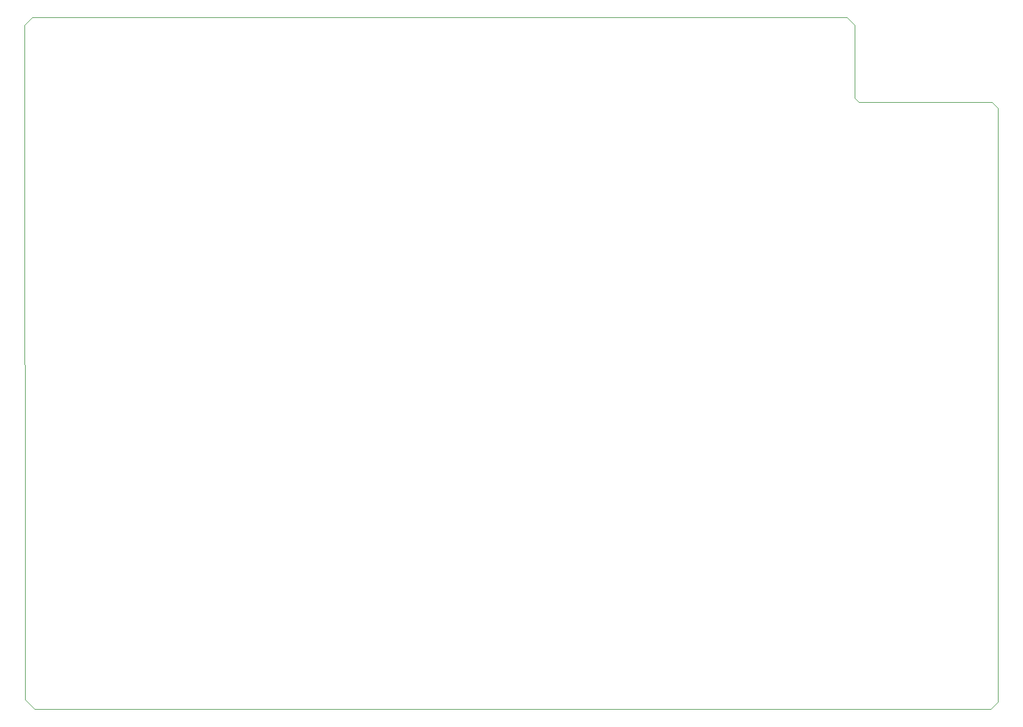
<source format=gbr>
%TF.GenerationSoftware,KiCad,Pcbnew,(6.0.8)*%
%TF.CreationDate,2023-02-14T18:00:54+07:00*%
%TF.ProjectId,dongle_256o,646f6e67-6c65-45f3-9235-366f2e6b6963,rev?*%
%TF.SameCoordinates,Original*%
%TF.FileFunction,Profile,NP*%
%FSLAX46Y46*%
G04 Gerber Fmt 4.6, Leading zero omitted, Abs format (unit mm)*
G04 Created by KiCad (PCBNEW (6.0.8)) date 2023-02-14 18:00:54*
%MOMM*%
%LPD*%
G01*
G04 APERTURE LIST*
%TA.AperFunction,Profile*%
%ADD10C,0.100000*%
%TD*%
G04 APERTURE END LIST*
D10*
X165100000Y-52950000D02*
X165950000Y-53800000D01*
X144510000Y-40920000D02*
X145620000Y-42030000D01*
X27910000Y-42010000D02*
X27960000Y-137630000D01*
X145620000Y-42030000D02*
X145620000Y-52320000D01*
X166000000Y-137900000D02*
X164910000Y-138990000D01*
X29320000Y-138990000D02*
X164910000Y-138990000D01*
X27960000Y-137630000D02*
X29320000Y-138990000D01*
X165950000Y-53800000D02*
X166000000Y-137900000D01*
X29000000Y-40920000D02*
X27910000Y-42010000D01*
X29000000Y-40920000D02*
X144510000Y-40920000D01*
X146250000Y-52950000D02*
X165100000Y-52950000D01*
X145620000Y-52320000D02*
X146250000Y-52950000D01*
M02*

</source>
